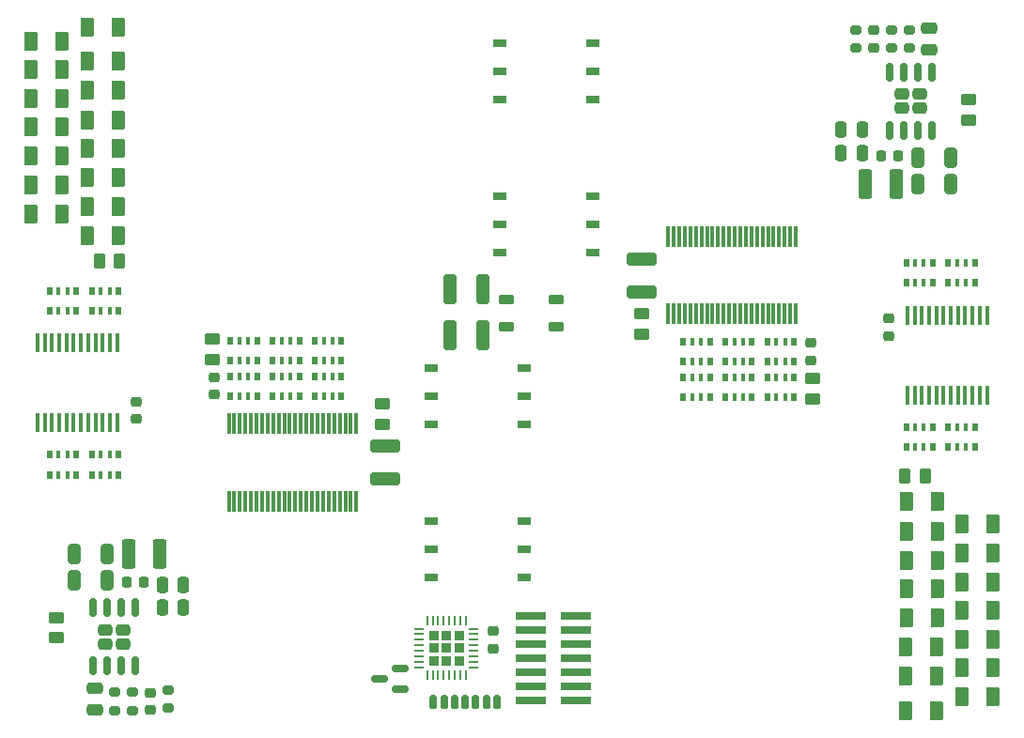
<source format=gbr>
%TF.GenerationSoftware,KiCad,Pcbnew,(6.0.11)*%
%TF.CreationDate,2023-03-28T12:14:43+02:00*%
%TF.ProjectId,bms_monitor,626d735f-6d6f-46e6-9974-6f722e6b6963,rev?*%
%TF.SameCoordinates,Original*%
%TF.FileFunction,Paste,Top*%
%TF.FilePolarity,Positive*%
%FSLAX46Y46*%
G04 Gerber Fmt 4.6, Leading zero omitted, Abs format (unit mm)*
G04 Created by KiCad (PCBNEW (6.0.11)) date 2023-03-28 12:14:43*
%MOMM*%
%LPD*%
G01*
G04 APERTURE LIST*
G04 Aperture macros list*
%AMRoundRect*
0 Rectangle with rounded corners*
0 $1 Rounding radius*
0 $2 $3 $4 $5 $6 $7 $8 $9 X,Y pos of 4 corners*
0 Add a 4 corners polygon primitive as box body*
4,1,4,$2,$3,$4,$5,$6,$7,$8,$9,$2,$3,0*
0 Add four circle primitives for the rounded corners*
1,1,$1+$1,$2,$3*
1,1,$1+$1,$4,$5*
1,1,$1+$1,$6,$7*
1,1,$1+$1,$8,$9*
0 Add four rect primitives between the rounded corners*
20,1,$1+$1,$2,$3,$4,$5,0*
20,1,$1+$1,$4,$5,$6,$7,0*
20,1,$1+$1,$6,$7,$8,$9,0*
20,1,$1+$1,$8,$9,$2,$3,0*%
G04 Aperture macros list end*
%ADD10RoundRect,0.232500X-0.232500X0.232500X-0.232500X-0.232500X0.232500X-0.232500X0.232500X0.232500X0*%
%ADD11RoundRect,0.062500X-0.062500X0.375000X-0.062500X-0.375000X0.062500X-0.375000X0.062500X0.375000X0*%
%ADD12RoundRect,0.062500X-0.375000X0.062500X-0.375000X-0.062500X0.375000X-0.062500X0.375000X0.062500X0*%
%ADD13RoundRect,0.250000X-0.450000X0.262500X-0.450000X-0.262500X0.450000X-0.262500X0.450000X0.262500X0*%
%ADD14R,0.500000X0.800000*%
%ADD15R,0.400000X0.800000*%
%ADD16RoundRect,0.250000X-0.375000X-0.625000X0.375000X-0.625000X0.375000X0.625000X-0.375000X0.625000X0*%
%ADD17RoundRect,0.250000X0.450000X-0.262500X0.450000X0.262500X-0.450000X0.262500X-0.450000X-0.262500X0*%
%ADD18RoundRect,0.250000X0.375000X0.625000X-0.375000X0.625000X-0.375000X-0.625000X0.375000X-0.625000X0*%
%ADD19RoundRect,0.225000X0.225000X0.250000X-0.225000X0.250000X-0.225000X-0.250000X0.225000X-0.250000X0*%
%ADD20R,1.270000X0.760000*%
%ADD21RoundRect,0.250000X0.475000X-0.250000X0.475000X0.250000X-0.475000X0.250000X-0.475000X-0.250000X0*%
%ADD22RoundRect,0.225000X-0.250000X0.225000X-0.250000X-0.225000X0.250000X-0.225000X0.250000X0.225000X0*%
%ADD23RoundRect,0.250000X-0.325000X-0.650000X0.325000X-0.650000X0.325000X0.650000X-0.325000X0.650000X0*%
%ADD24RoundRect,0.250000X-0.325000X-1.100000X0.325000X-1.100000X0.325000X1.100000X-0.325000X1.100000X0*%
%ADD25RoundRect,0.250000X-0.395000X0.255000X-0.395000X-0.255000X0.395000X-0.255000X0.395000X0.255000X0*%
%ADD26RoundRect,0.150000X-0.150000X0.662500X-0.150000X-0.662500X0.150000X-0.662500X0.150000X0.662500X0*%
%ADD27RoundRect,0.250000X-0.375000X-1.075000X0.375000X-1.075000X0.375000X1.075000X-0.375000X1.075000X0*%
%ADD28RoundRect,0.150000X0.587500X0.150000X-0.587500X0.150000X-0.587500X-0.150000X0.587500X-0.150000X0*%
%ADD29RoundRect,0.250000X-0.250000X-0.475000X0.250000X-0.475000X0.250000X0.475000X-0.250000X0.475000X0*%
%ADD30RoundRect,0.250000X0.262500X0.450000X-0.262500X0.450000X-0.262500X-0.450000X0.262500X-0.450000X0*%
%ADD31RoundRect,0.200000X-0.275000X0.200000X-0.275000X-0.200000X0.275000X-0.200000X0.275000X0.200000X0*%
%ADD32RoundRect,0.250000X0.395000X-0.255000X0.395000X0.255000X-0.395000X0.255000X-0.395000X-0.255000X0*%
%ADD33RoundRect,0.150000X0.150000X-0.662500X0.150000X0.662500X-0.150000X0.662500X-0.150000X-0.662500X0*%
%ADD34RoundRect,0.200000X0.275000X-0.200000X0.275000X0.200000X-0.275000X0.200000X-0.275000X-0.200000X0*%
%ADD35RoundRect,0.250000X0.325000X0.650000X-0.325000X0.650000X-0.325000X-0.650000X0.325000X-0.650000X0*%
%ADD36R,0.450000X1.750000*%
%ADD37RoundRect,0.250000X0.250000X0.475000X-0.250000X0.475000X-0.250000X-0.475000X0.250000X-0.475000X0*%
%ADD38RoundRect,0.225000X0.250000X-0.225000X0.250000X0.225000X-0.250000X0.225000X-0.250000X-0.225000X0*%
%ADD39RoundRect,0.250000X0.375000X1.075000X-0.375000X1.075000X-0.375000X-1.075000X0.375000X-1.075000X0*%
%ADD40RoundRect,0.225000X-0.450000X-0.225000X0.450000X-0.225000X0.450000X0.225000X-0.450000X0.225000X0*%
%ADD41RoundRect,0.075000X0.075000X-0.875000X0.075000X0.875000X-0.075000X0.875000X-0.075000X-0.875000X0*%
%ADD42RoundRect,0.250000X-0.475000X0.250000X-0.475000X-0.250000X0.475000X-0.250000X0.475000X0.250000X0*%
%ADD43RoundRect,0.225000X-0.225000X-0.250000X0.225000X-0.250000X0.225000X0.250000X-0.225000X0.250000X0*%
%ADD44RoundRect,0.250000X-1.100000X0.325000X-1.100000X-0.325000X1.100000X-0.325000X1.100000X0.325000X0*%
%ADD45RoundRect,0.075000X-0.075000X0.875000X-0.075000X-0.875000X0.075000X-0.875000X0.075000X0.875000X0*%
%ADD46R,2.790000X0.740000*%
%ADD47RoundRect,0.250000X-0.262500X-0.450000X0.262500X-0.450000X0.262500X0.450000X-0.262500X0.450000X0*%
%ADD48RoundRect,0.218750X-0.256250X0.218750X-0.256250X-0.218750X0.256250X-0.218750X0.256250X0.218750X0*%
%ADD49RoundRect,0.250000X1.100000X-0.325000X1.100000X0.325000X-1.100000X0.325000X-1.100000X-0.325000X0*%
%ADD50RoundRect,0.160000X-0.160000X-0.475000X0.160000X-0.475000X0.160000X0.475000X-0.160000X0.475000X0*%
G04 APERTURE END LIST*
D10*
%TO.C,U1*%
X131572000Y-118567200D03*
X132722000Y-118567200D03*
X130422000Y-118567200D03*
X132722000Y-119717200D03*
X131572000Y-119717200D03*
X130422000Y-119717200D03*
X132722000Y-120867200D03*
X131572000Y-120867200D03*
X130422000Y-120867200D03*
D11*
X133322000Y-117279700D03*
X132822000Y-117279700D03*
X132322000Y-117279700D03*
X131822000Y-117279700D03*
X131322000Y-117279700D03*
X130822000Y-117279700D03*
X130322000Y-117279700D03*
X129822000Y-117279700D03*
D12*
X129134500Y-117967200D03*
X129134500Y-118467200D03*
X129134500Y-118967200D03*
X129134500Y-119467200D03*
X129134500Y-119967200D03*
X129134500Y-120467200D03*
X129134500Y-120967200D03*
X129134500Y-121467200D03*
D11*
X129822000Y-122154700D03*
X130322000Y-122154700D03*
X130822000Y-122154700D03*
X131322000Y-122154700D03*
X131822000Y-122154700D03*
X132322000Y-122154700D03*
X132822000Y-122154700D03*
X133322000Y-122154700D03*
D12*
X134009500Y-121467200D03*
X134009500Y-120967200D03*
X134009500Y-120467200D03*
X134009500Y-119967200D03*
X134009500Y-119467200D03*
X134009500Y-118967200D03*
X134009500Y-118467200D03*
X134009500Y-117967200D03*
%TD*%
D13*
%TO.C,R3*%
X110439200Y-91848300D03*
X110439200Y-93673300D03*
%TD*%
D14*
%TO.C,RN8*%
X102000000Y-87500000D03*
D15*
X101200000Y-87500000D03*
X100400000Y-87500000D03*
D14*
X99600000Y-87500000D03*
X99600000Y-89300000D03*
D15*
X100400000Y-89300000D03*
X101200000Y-89300000D03*
D14*
X102000000Y-89300000D03*
%TD*%
D16*
%TO.C,F21*%
X172968000Y-119634000D03*
X175768000Y-119634000D03*
%TD*%
D17*
%TO.C,R16*%
X164592000Y-97229300D03*
X164592000Y-95404300D03*
%TD*%
D18*
%TO.C,Fa10*%
X96954800Y-67564000D03*
X94154800Y-67564000D03*
%TD*%
%TO.C,Fa8*%
X96954800Y-70154800D03*
X94154800Y-70154800D03*
%TD*%
%TO.C,Fa3*%
X101984000Y-77266800D03*
X99184000Y-77266800D03*
%TD*%
D19*
%TO.C,C25*%
X104275000Y-113800000D03*
X102725000Y-113800000D03*
%TD*%
D13*
%TO.C,R4*%
X125800000Y-97687500D03*
X125800000Y-99512500D03*
%TD*%
D14*
%TO.C,CN3*%
X112100000Y-97000000D03*
D15*
X112900000Y-97000000D03*
X113700000Y-97000000D03*
D14*
X114500000Y-97000000D03*
X114500000Y-95200000D03*
D15*
X113700000Y-95200000D03*
X112900000Y-95200000D03*
D14*
X112100000Y-95200000D03*
%TD*%
D16*
%TO.C,F22*%
X172996400Y-116992400D03*
X175796400Y-116992400D03*
%TD*%
D20*
%TO.C,U8*%
X138590000Y-113334800D03*
X138590000Y-110794800D03*
X138590000Y-108254800D03*
X130210000Y-108254800D03*
X130210000Y-110794800D03*
X130210000Y-113334800D03*
%TD*%
D21*
%TO.C,C40*%
X175100000Y-65750000D03*
X175100000Y-63850000D03*
%TD*%
D14*
%TO.C,RN15*%
X159100000Y-95300000D03*
D15*
X158300000Y-95300000D03*
X157500000Y-95300000D03*
D14*
X156700000Y-95300000D03*
X156700000Y-97100000D03*
D15*
X157500000Y-97100000D03*
X158300000Y-97100000D03*
D14*
X159100000Y-97100000D03*
%TD*%
D17*
%TO.C,R17*%
X149200000Y-91412500D03*
X149200000Y-89587500D03*
%TD*%
D22*
%TO.C,C15*%
X103600000Y-97525000D03*
X103600000Y-99075000D03*
%TD*%
D14*
%TO.C,RN6*%
X112100000Y-93800000D03*
D15*
X112900000Y-93800000D03*
X113700000Y-93800000D03*
D14*
X114500000Y-93800000D03*
X114500000Y-92000000D03*
D15*
X113700000Y-92000000D03*
X112900000Y-92000000D03*
D14*
X112100000Y-92000000D03*
%TD*%
D23*
%TO.C,C21*%
X98025000Y-113600000D03*
X100975000Y-113600000D03*
%TD*%
D17*
%TO.C,R14*%
X96400000Y-118812500D03*
X96400000Y-116987500D03*
%TD*%
D24*
%TO.C,C1*%
X131900400Y-87401400D03*
X134850400Y-87401400D03*
%TD*%
D25*
%TO.C,U11*%
X174200000Y-69770000D03*
X174200000Y-71030000D03*
X172600000Y-69770000D03*
X172600000Y-71030000D03*
D26*
X175305000Y-67762500D03*
X174035000Y-67762500D03*
X172765000Y-67762500D03*
X171495000Y-67762500D03*
X171495000Y-73037500D03*
X172765000Y-73037500D03*
X174035000Y-73037500D03*
X175305000Y-73037500D03*
%TD*%
D14*
%TO.C,CN9*%
X159100000Y-92100000D03*
D15*
X158300000Y-92100000D03*
X157500000Y-92100000D03*
D14*
X156700000Y-92100000D03*
X156700000Y-93900000D03*
D15*
X157500000Y-93900000D03*
X158300000Y-93900000D03*
D14*
X159100000Y-93900000D03*
%TD*%
D27*
%TO.C,L2*%
X102900000Y-111200000D03*
X105700000Y-111200000D03*
%TD*%
D20*
%TO.C,U13*%
X136410000Y-78960000D03*
X136410000Y-81500000D03*
X136410000Y-84040000D03*
X144790000Y-84040000D03*
X144790000Y-81500000D03*
X144790000Y-78960000D03*
%TD*%
D28*
%TO.C,U2*%
X127429500Y-123428800D03*
X127429500Y-121528800D03*
X125554500Y-122478800D03*
%TD*%
D23*
%TO.C,C19*%
X98025000Y-111200000D03*
X100975000Y-111200000D03*
%TD*%
D18*
%TO.C,Fa2*%
X96954800Y-77927200D03*
X94154800Y-77927200D03*
%TD*%
%TO.C,Fa13*%
X102034800Y-63703200D03*
X99234800Y-63703200D03*
%TD*%
%TO.C,Fa7*%
X101984000Y-72085200D03*
X99184000Y-72085200D03*
%TD*%
%TO.C,Fa11*%
X102034800Y-66802000D03*
X99234800Y-66802000D03*
%TD*%
D14*
%TO.C,RN18*%
X176800000Y-101600000D03*
D15*
X177600000Y-101600000D03*
X178400000Y-101600000D03*
D14*
X179200000Y-101600000D03*
X179200000Y-99800000D03*
D15*
X178400000Y-99800000D03*
X177600000Y-99800000D03*
D14*
X176800000Y-99800000D03*
%TD*%
D29*
%TO.C,C49*%
X167150000Y-73000000D03*
X169050000Y-73000000D03*
%TD*%
D30*
%TO.C,FB1*%
X102106100Y-84836000D03*
X100281100Y-84836000D03*
%TD*%
D31*
%TO.C,R21*%
X173300000Y-63975000D03*
X173300000Y-65625000D03*
%TD*%
D32*
%TO.C,U7*%
X100800000Y-119330000D03*
X100800000Y-118070000D03*
X102400000Y-119330000D03*
X102400000Y-118070000D03*
D33*
X99695000Y-121337500D03*
X100965000Y-121337500D03*
X102235000Y-121337500D03*
X103505000Y-121337500D03*
X103505000Y-116062500D03*
X102235000Y-116062500D03*
X100965000Y-116062500D03*
X99695000Y-116062500D03*
%TD*%
D34*
%TO.C,R8*%
X101700000Y-125335800D03*
X101700000Y-123685800D03*
%TD*%
D14*
%TO.C,CN2*%
X115900000Y-97000000D03*
D15*
X116700000Y-97000000D03*
X117500000Y-97000000D03*
D14*
X118300000Y-97000000D03*
X118300000Y-95200000D03*
D15*
X117500000Y-95200000D03*
X116700000Y-95200000D03*
D14*
X115900000Y-95200000D03*
%TD*%
D35*
%TO.C,C41*%
X176975000Y-75500000D03*
X174025000Y-75500000D03*
%TD*%
D16*
%TO.C,F16*%
X178025600Y-116332000D03*
X180825600Y-116332000D03*
%TD*%
D36*
%TO.C,U10*%
X173125000Y-96900000D03*
X173775000Y-96900000D03*
X174425000Y-96900000D03*
X175075000Y-96900000D03*
X175725000Y-96900000D03*
X176375000Y-96900000D03*
X177025000Y-96900000D03*
X177675000Y-96900000D03*
X178325000Y-96900000D03*
X178975000Y-96900000D03*
X179625000Y-96900000D03*
X180275000Y-96900000D03*
X180275000Y-89700000D03*
X179625000Y-89700000D03*
X178975000Y-89700000D03*
X178325000Y-89700000D03*
X177675000Y-89700000D03*
X177025000Y-89700000D03*
X176375000Y-89700000D03*
X175725000Y-89700000D03*
X175075000Y-89700000D03*
X174425000Y-89700000D03*
X173775000Y-89700000D03*
X173125000Y-89700000D03*
%TD*%
D14*
%TO.C,CN1*%
X119700000Y-97000000D03*
D15*
X120500000Y-97000000D03*
X121300000Y-97000000D03*
D14*
X122100000Y-97000000D03*
X122100000Y-95200000D03*
D15*
X121300000Y-95200000D03*
X120500000Y-95200000D03*
D14*
X119700000Y-95200000D03*
%TD*%
D37*
%TO.C,C29*%
X107850000Y-116100000D03*
X105950000Y-116100000D03*
%TD*%
D31*
%TO.C,R26*%
X171700000Y-63975000D03*
X171700000Y-65625000D03*
%TD*%
D38*
%TO.C,C46*%
X170100000Y-65575000D03*
X170100000Y-64025000D03*
%TD*%
D36*
%TO.C,U6*%
X101875000Y-92200000D03*
X101225000Y-92200000D03*
X100575000Y-92200000D03*
X99925000Y-92200000D03*
X99275000Y-92200000D03*
X98625000Y-92200000D03*
X97975000Y-92200000D03*
X97325000Y-92200000D03*
X96675000Y-92200000D03*
X96025000Y-92200000D03*
X95375000Y-92200000D03*
X94725000Y-92200000D03*
X94725000Y-99400000D03*
X95375000Y-99400000D03*
X96025000Y-99400000D03*
X96675000Y-99400000D03*
X97325000Y-99400000D03*
X97975000Y-99400000D03*
X98625000Y-99400000D03*
X99275000Y-99400000D03*
X99925000Y-99400000D03*
X100575000Y-99400000D03*
X101225000Y-99400000D03*
X101875000Y-99400000D03*
%TD*%
D14*
%TO.C,CN14*%
X162900000Y-92100000D03*
D15*
X162100000Y-92100000D03*
X161300000Y-92100000D03*
D14*
X160500000Y-92100000D03*
X160500000Y-93900000D03*
D15*
X161300000Y-93900000D03*
X162100000Y-93900000D03*
D14*
X162900000Y-93900000D03*
%TD*%
%TO.C,RN9*%
X99600000Y-104100000D03*
D15*
X100400000Y-104100000D03*
X101200000Y-104100000D03*
D14*
X102000000Y-104100000D03*
X102000000Y-102300000D03*
D15*
X101200000Y-102300000D03*
X100400000Y-102300000D03*
D14*
X99600000Y-102300000D03*
%TD*%
D39*
%TO.C,L3*%
X172100000Y-77900000D03*
X169300000Y-77900000D03*
%TD*%
D40*
%TO.C,FL1*%
X136925000Y-88250000D03*
X136925000Y-90750000D03*
X141475000Y-90750000D03*
X141475000Y-88250000D03*
%TD*%
D14*
%TO.C,CN8*%
X155300000Y-92100000D03*
D15*
X154500000Y-92100000D03*
X153700000Y-92100000D03*
D14*
X152900000Y-92100000D03*
X152900000Y-93900000D03*
D15*
X153700000Y-93900000D03*
X154500000Y-93900000D03*
D14*
X155300000Y-93900000D03*
%TD*%
D16*
%TO.C,F13*%
X178025600Y-124104400D03*
X180825600Y-124104400D03*
%TD*%
D41*
%TO.C,U9*%
X151550000Y-89600000D03*
X152050000Y-89600000D03*
X152550000Y-89600000D03*
X153050000Y-89600000D03*
X153550000Y-89600000D03*
X154050000Y-89600000D03*
X154550000Y-89600000D03*
X155050000Y-89600000D03*
X155550000Y-89600000D03*
X156050000Y-89600000D03*
X156550000Y-89600000D03*
X157050000Y-89600000D03*
X157550000Y-89600000D03*
X158050000Y-89600000D03*
X158550000Y-89600000D03*
X159050000Y-89600000D03*
X159550000Y-89600000D03*
X160050000Y-89600000D03*
X160550000Y-89600000D03*
X161050000Y-89600000D03*
X161550000Y-89600000D03*
X162050000Y-89600000D03*
X162550000Y-89600000D03*
X163050000Y-89600000D03*
X163050000Y-82600000D03*
X162550000Y-82600000D03*
X162050000Y-82600000D03*
X161550000Y-82600000D03*
X161050000Y-82600000D03*
X160550000Y-82600000D03*
X160050000Y-82600000D03*
X159550000Y-82600000D03*
X159050000Y-82600000D03*
X158550000Y-82600000D03*
X158050000Y-82600000D03*
X157550000Y-82600000D03*
X157050000Y-82600000D03*
X156550000Y-82600000D03*
X156050000Y-82600000D03*
X155550000Y-82600000D03*
X155050000Y-82600000D03*
X154550000Y-82600000D03*
X154050000Y-82600000D03*
X153550000Y-82600000D03*
X153050000Y-82600000D03*
X152550000Y-82600000D03*
X152050000Y-82600000D03*
X151550000Y-82600000D03*
%TD*%
D34*
%TO.C,R13*%
X103276400Y-125335800D03*
X103276400Y-123685800D03*
%TD*%
D35*
%TO.C,C39*%
X176975000Y-77900000D03*
X174025000Y-77900000D03*
%TD*%
D18*
%TO.C,Fa4*%
X96954800Y-75336400D03*
X94154800Y-75336400D03*
%TD*%
%TO.C,Fa6*%
X96954800Y-72745600D03*
X94154800Y-72745600D03*
%TD*%
D20*
%TO.C,U14*%
X136410000Y-65160000D03*
X136410000Y-67700000D03*
X136410000Y-70240000D03*
X144790000Y-70240000D03*
X144790000Y-67700000D03*
X144790000Y-65160000D03*
%TD*%
D16*
%TO.C,F18*%
X178025600Y-111150400D03*
X180825600Y-111150400D03*
%TD*%
D18*
%TO.C,Fa14*%
X101984000Y-82550000D03*
X99184000Y-82550000D03*
%TD*%
D42*
%TO.C,C20*%
X99900000Y-123350000D03*
X99900000Y-125250000D03*
%TD*%
D14*
%TO.C,RN20*%
X175400000Y-85000000D03*
D15*
X174600000Y-85000000D03*
X173800000Y-85000000D03*
D14*
X173000000Y-85000000D03*
X173000000Y-86800000D03*
D15*
X173800000Y-86800000D03*
X174600000Y-86800000D03*
D14*
X175400000Y-86800000D03*
%TD*%
%TO.C,RN19*%
X173000000Y-101600000D03*
D15*
X173800000Y-101600000D03*
X174600000Y-101600000D03*
D14*
X175400000Y-101600000D03*
X175400000Y-99800000D03*
D15*
X174600000Y-99800000D03*
X173800000Y-99800000D03*
D14*
X173000000Y-99800000D03*
%TD*%
%TO.C,RN21*%
X179200000Y-85000000D03*
D15*
X178400000Y-85000000D03*
X177600000Y-85000000D03*
D14*
X176800000Y-85000000D03*
X176800000Y-86800000D03*
D15*
X177600000Y-86800000D03*
X178400000Y-86800000D03*
D14*
X179200000Y-86800000D03*
%TD*%
D16*
%TO.C,F25*%
X172996400Y-109169200D03*
X175796400Y-109169200D03*
%TD*%
D14*
%TO.C,RN7*%
X98200000Y-87500000D03*
D15*
X97400000Y-87500000D03*
X96600000Y-87500000D03*
D14*
X95800000Y-87500000D03*
X95800000Y-89300000D03*
D15*
X96600000Y-89300000D03*
X97400000Y-89300000D03*
D14*
X98200000Y-89300000D03*
%TD*%
D43*
%TO.C,C45*%
X170725000Y-75300000D03*
X172275000Y-75300000D03*
%TD*%
D16*
%TO.C,F24*%
X172996400Y-111810800D03*
X175796400Y-111810800D03*
%TD*%
D18*
%TO.C,Fa5*%
X101984000Y-74676000D03*
X99184000Y-74676000D03*
%TD*%
D44*
%TO.C,C11*%
X126034800Y-101496600D03*
X126034800Y-104446600D03*
%TD*%
D14*
%TO.C,RN14*%
X155300000Y-95300000D03*
D15*
X154500000Y-95300000D03*
X153700000Y-95300000D03*
D14*
X152900000Y-95300000D03*
X152900000Y-97100000D03*
D15*
X153700000Y-97100000D03*
X154500000Y-97100000D03*
D14*
X155300000Y-97100000D03*
%TD*%
D29*
%TO.C,C47*%
X167150000Y-75100000D03*
X169050000Y-75100000D03*
%TD*%
D45*
%TO.C,U5*%
X123450000Y-99500000D03*
X122950000Y-99500000D03*
X122450000Y-99500000D03*
X121950000Y-99500000D03*
X121450000Y-99500000D03*
X120950000Y-99500000D03*
X120450000Y-99500000D03*
X119950000Y-99500000D03*
X119450000Y-99500000D03*
X118950000Y-99500000D03*
X118450000Y-99500000D03*
X117950000Y-99500000D03*
X117450000Y-99500000D03*
X116950000Y-99500000D03*
X116450000Y-99500000D03*
X115950000Y-99500000D03*
X115450000Y-99500000D03*
X114950000Y-99500000D03*
X114450000Y-99500000D03*
X113950000Y-99500000D03*
X113450000Y-99500000D03*
X112950000Y-99500000D03*
X112450000Y-99500000D03*
X111950000Y-99500000D03*
X111950000Y-106500000D03*
X112450000Y-106500000D03*
X112950000Y-106500000D03*
X113450000Y-106500000D03*
X113950000Y-106500000D03*
X114450000Y-106500000D03*
X114950000Y-106500000D03*
X115450000Y-106500000D03*
X115950000Y-106500000D03*
X116450000Y-106500000D03*
X116950000Y-106500000D03*
X117450000Y-106500000D03*
X117950000Y-106500000D03*
X118450000Y-106500000D03*
X118950000Y-106500000D03*
X119450000Y-106500000D03*
X119950000Y-106500000D03*
X120450000Y-106500000D03*
X120950000Y-106500000D03*
X121450000Y-106500000D03*
X121950000Y-106500000D03*
X122450000Y-106500000D03*
X122950000Y-106500000D03*
X123450000Y-106500000D03*
%TD*%
D22*
%TO.C,C30*%
X164400000Y-92225000D03*
X164400000Y-93775000D03*
%TD*%
D14*
%TO.C,RN5*%
X115900000Y-93800000D03*
D15*
X116700000Y-93800000D03*
X117500000Y-93800000D03*
D14*
X118300000Y-93800000D03*
X118300000Y-92000000D03*
D15*
X117500000Y-92000000D03*
X116700000Y-92000000D03*
D14*
X115900000Y-92000000D03*
%TD*%
D38*
%TO.C,C35*%
X171400000Y-91575000D03*
X171400000Y-90025000D03*
%TD*%
D24*
%TO.C,C2*%
X131900400Y-91516200D03*
X134850400Y-91516200D03*
%TD*%
D22*
%TO.C,C26*%
X104900000Y-123735800D03*
X104900000Y-125285800D03*
%TD*%
D18*
%TO.C,Fa9*%
X102012400Y-69443600D03*
X99212400Y-69443600D03*
%TD*%
D31*
%TO.C,R15*%
X106500000Y-123475000D03*
X106500000Y-125125000D03*
%TD*%
D20*
%TO.C,U12*%
X138590000Y-99592000D03*
X138590000Y-97052000D03*
X138590000Y-94512000D03*
X130210000Y-94512000D03*
X130210000Y-97052000D03*
X130210000Y-99592000D03*
%TD*%
D16*
%TO.C,F19*%
X178025600Y-108508800D03*
X180825600Y-108508800D03*
%TD*%
%TO.C,Fb14*%
X172996400Y-106527600D03*
X175796400Y-106527600D03*
%TD*%
%TO.C,F23*%
X172996400Y-114401600D03*
X175796400Y-114401600D03*
%TD*%
D14*
%TO.C,RN16*%
X162900000Y-95300000D03*
D15*
X162100000Y-95300000D03*
X161300000Y-95300000D03*
D14*
X160500000Y-95300000D03*
X160500000Y-97100000D03*
D15*
X161300000Y-97100000D03*
X162100000Y-97100000D03*
D14*
X162900000Y-97100000D03*
%TD*%
D16*
%TO.C,F20*%
X172973650Y-122275600D03*
X175773650Y-122275600D03*
%TD*%
D46*
%TO.C,J15*%
X143208200Y-124409200D03*
X139138200Y-124409200D03*
X143208200Y-123139200D03*
X139138200Y-123139200D03*
X143208200Y-121869200D03*
X139138200Y-121869200D03*
X143208200Y-120599200D03*
X139138200Y-120599200D03*
X143208200Y-119329200D03*
X139138200Y-119329200D03*
X143208200Y-118059200D03*
X139138200Y-118059200D03*
X143208200Y-116789200D03*
X139138200Y-116789200D03*
%TD*%
D16*
%TO.C,F15*%
X178029250Y-118922800D03*
X180829250Y-118922800D03*
%TD*%
D18*
%TO.C,Fa12*%
X96954800Y-64973200D03*
X94154800Y-64973200D03*
%TD*%
D14*
%TO.C,RN10*%
X95800000Y-104100000D03*
D15*
X96600000Y-104100000D03*
X97400000Y-104100000D03*
D14*
X98200000Y-104100000D03*
X98200000Y-102300000D03*
D15*
X97400000Y-102300000D03*
X96600000Y-102300000D03*
D14*
X95800000Y-102300000D03*
%TD*%
D37*
%TO.C,C27*%
X107850000Y-114000000D03*
X105950000Y-114000000D03*
%TD*%
D16*
%TO.C,F17*%
X178025600Y-113741200D03*
X180825600Y-113741200D03*
%TD*%
D18*
%TO.C,Fa1*%
X101984000Y-79908400D03*
X99184000Y-79908400D03*
%TD*%
D13*
%TO.C,R27*%
X178600000Y-70287500D03*
X178600000Y-72112500D03*
%TD*%
D38*
%TO.C,C10*%
X110600000Y-96875000D03*
X110600000Y-95325000D03*
%TD*%
D34*
%TO.C,R28*%
X168500000Y-65625000D03*
X168500000Y-63975000D03*
%TD*%
D47*
%TO.C,FB2*%
X172874300Y-104241600D03*
X174699300Y-104241600D03*
%TD*%
D16*
%TO.C,F14*%
X178025600Y-121513600D03*
X180825600Y-121513600D03*
%TD*%
D48*
%TO.C,D1*%
X135763000Y-118186100D03*
X135763000Y-119761100D03*
%TD*%
D18*
%TO.C,Fa0*%
X96954800Y-80568800D03*
X94154800Y-80568800D03*
%TD*%
D49*
%TO.C,C31*%
X149200000Y-87575000D03*
X149200000Y-84625000D03*
%TD*%
D50*
%TO.C,U4*%
X130398400Y-124600000D03*
X131348400Y-124600000D03*
X132298400Y-124600000D03*
X133248400Y-124600000D03*
X134198400Y-124600000D03*
X135148400Y-124600000D03*
X136098400Y-124600000D03*
%TD*%
D14*
%TO.C,RN4*%
X119700000Y-93800000D03*
D15*
X120500000Y-93800000D03*
X121300000Y-93800000D03*
D14*
X122100000Y-93800000D03*
X122100000Y-92000000D03*
D15*
X121300000Y-92000000D03*
X120500000Y-92000000D03*
D14*
X119700000Y-92000000D03*
%TD*%
D16*
%TO.C,Fb3*%
X172973650Y-125369400D03*
X175773650Y-125369400D03*
%TD*%
M02*

</source>
